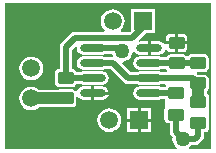
<source format=gtl>
G04 Layer_Physical_Order=1*
G04 Layer_Color=255*
%FSLAX44Y44*%
%MOMM*%
G71*
G01*
G75*
%ADD10O,2.2000X0.6000*%
G04:AMPARAMS|DCode=11|XSize=1.3mm|YSize=1mm|CornerRadius=0.125mm|HoleSize=0mm|Usage=FLASHONLY|Rotation=0.000|XOffset=0mm|YOffset=0mm|HoleType=Round|Shape=RoundedRectangle|*
%AMROUNDEDRECTD11*
21,1,1.3000,0.7500,0,0,0.0*
21,1,1.0500,1.0000,0,0,0.0*
1,1,0.2500,0.5250,-0.3750*
1,1,0.2500,-0.5250,-0.3750*
1,1,0.2500,-0.5250,0.3750*
1,1,0.2500,0.5250,0.3750*
%
%ADD11ROUNDEDRECTD11*%
G04:AMPARAMS|DCode=12|XSize=1.4mm|YSize=1mm|CornerRadius=0.125mm|HoleSize=0mm|Usage=FLASHONLY|Rotation=180.000|XOffset=0mm|YOffset=0mm|HoleType=Round|Shape=RoundedRectangle|*
%AMROUNDEDRECTD12*
21,1,1.4000,0.7500,0,0,180.0*
21,1,1.1500,1.0000,0,0,180.0*
1,1,0.2500,-0.5750,0.3750*
1,1,0.2500,0.5750,0.3750*
1,1,0.2500,0.5750,-0.3750*
1,1,0.2500,-0.5750,-0.3750*
%
%ADD12ROUNDEDRECTD12*%
%ADD13C,0.5000*%
%ADD14C,1.0000*%
%ADD15C,1.5000*%
%ADD16R,1.5000X1.5000*%
%ADD17C,1.2700*%
G36*
X1086000Y769000D02*
X1067286D01*
X1066855Y770270D01*
X1068340Y771410D01*
X1069262Y772611D01*
X1072000D01*
X1073967Y773002D01*
X1075634Y774116D01*
X1078384Y776866D01*
X1079498Y778533D01*
X1079889Y780500D01*
Y783636D01*
X1080500D01*
X1081979Y783930D01*
X1083232Y784768D01*
X1084070Y786021D01*
X1084364Y787500D01*
Y795000D01*
X1084070Y796479D01*
X1083750Y796958D01*
Y803542D01*
X1084070Y804021D01*
X1084364Y805500D01*
Y813000D01*
X1084070Y814479D01*
X1083232Y815732D01*
X1082355Y816319D01*
Y818015D01*
X1082732Y818268D01*
X1083570Y819521D01*
X1083864Y821000D01*
Y828500D01*
X1083570Y829979D01*
X1082732Y831232D01*
X1081479Y832070D01*
X1080000Y832364D01*
X1074467D01*
X1073712Y833215D01*
X1074101Y834386D01*
X1080000D01*
X1081479Y834680D01*
X1082732Y835518D01*
X1083570Y836771D01*
X1083864Y838250D01*
Y845750D01*
X1083570Y847229D01*
X1082732Y848483D01*
X1081479Y849320D01*
X1080000Y849614D01*
X1069500D01*
X1068021Y849320D01*
X1066768Y848483D01*
X1066425Y847970D01*
X1064898D01*
X1064622Y848382D01*
X1063369Y849220D01*
X1061890Y849514D01*
X1051390D01*
X1049911Y849220D01*
X1048658Y848382D01*
X1047833Y847149D01*
X1043931D01*
X1043812Y847229D01*
X1041650Y847658D01*
X1025650D01*
X1023488Y847229D01*
X1021656Y846004D01*
X1020431Y844172D01*
X1020002Y842010D01*
X1020431Y839848D01*
X1021656Y838016D01*
X1023488Y836791D01*
X1025650Y836361D01*
X1041650D01*
X1043812Y836791D01*
X1043931Y836871D01*
X1047780D01*
X1047820Y836671D01*
X1048456Y835719D01*
X1048082Y834688D01*
X1047894Y834449D01*
X1043931D01*
X1043812Y834529D01*
X1041650Y834958D01*
X1025650D01*
X1023488Y834529D01*
X1023369Y834449D01*
X1017819D01*
X1010355Y841912D01*
X1010937Y843126D01*
X1012870Y843380D01*
X1015033Y844276D01*
X1016890Y845701D01*
X1018315Y847558D01*
X1019211Y849721D01*
X1019471Y851700D01*
X1020526Y852076D01*
X1020742Y852084D01*
X1021656Y850716D01*
X1023488Y849491D01*
X1025650Y849062D01*
X1032380D01*
Y854710D01*
Y860359D01*
X1025650D01*
X1025053Y860240D01*
X1024427Y861410D01*
X1030477Y867460D01*
X1038040D01*
Y887540D01*
X1017960D01*
Y869477D01*
X1017122Y868639D01*
X1009631D01*
X1009199Y869909D01*
X1009761Y870339D01*
X1011370Y872437D01*
X1012382Y874879D01*
X1012727Y877500D01*
X1012382Y880121D01*
X1011370Y882563D01*
X1009761Y884661D01*
X1007663Y886270D01*
X1005221Y887282D01*
X1002600Y887627D01*
X999979Y887282D01*
X997537Y886270D01*
X995439Y884661D01*
X993830Y882563D01*
X992818Y880121D01*
X992473Y877500D01*
X992818Y874879D01*
X993830Y872437D01*
X995439Y870339D01*
X996001Y869909D01*
X995570Y868639D01*
X970750D01*
X968783Y868248D01*
X967116Y867134D01*
X959116Y859134D01*
X958002Y857467D01*
X957611Y855500D01*
Y836924D01*
X957500D01*
X956021Y836630D01*
X954768Y835792D01*
X953930Y834539D01*
X953636Y833060D01*
Y825560D01*
X953930Y824081D01*
X954768Y822828D01*
X956021Y821990D01*
X957500Y821696D01*
X968000D01*
X969479Y821990D01*
X970732Y822828D01*
X971570Y824081D01*
X971588Y824171D01*
X975369D01*
X975488Y824091D01*
X977650Y823661D01*
X993650D01*
X995812Y824091D01*
X997644Y825316D01*
X998869Y827148D01*
X999298Y829310D01*
X998869Y831472D01*
X997644Y833304D01*
X995812Y834529D01*
X993650Y834958D01*
X977650D01*
X975488Y834529D01*
X975369Y834449D01*
X971588D01*
X971570Y834539D01*
X970732Y835792D01*
X969479Y836630D01*
X968000Y836924D01*
X967889D01*
Y853372D01*
X971074Y856557D01*
X972244Y855931D01*
X972001Y854710D01*
X972431Y852548D01*
X973656Y850716D01*
X975488Y849491D01*
X977650Y849062D01*
X993650D01*
X995812Y849491D01*
X995931Y849571D01*
X1001950D01*
X1002428Y848419D01*
X1001579Y847149D01*
X995931D01*
X995812Y847229D01*
X993650Y847658D01*
X977650D01*
X975488Y847229D01*
X973656Y846004D01*
X972431Y844172D01*
X972001Y842010D01*
X972431Y839848D01*
X973656Y838016D01*
X975488Y836791D01*
X977650Y836361D01*
X993650D01*
X995812Y836791D01*
X995931Y836871D01*
X1000862D01*
X1012056Y825676D01*
X1013724Y824562D01*
X1015690Y824171D01*
X1023369D01*
X1023488Y824091D01*
X1025650Y823661D01*
X1041650D01*
X1043812Y824091D01*
X1043931Y824171D01*
X1047011D01*
X1047369Y823331D01*
X1047463Y822901D01*
X1046693Y821749D01*
X1043931D01*
X1043812Y821829D01*
X1041650Y822259D01*
X1025650D01*
X1023488Y821829D01*
X1021656Y820604D01*
X1020431Y818772D01*
X1020002Y816610D01*
X1020431Y814448D01*
X1021656Y812616D01*
X1023488Y811391D01*
X1025650Y810962D01*
X1041650D01*
X1043812Y811391D01*
X1043931Y811471D01*
X1046640D01*
X1046680Y811271D01*
X1047000Y810792D01*
Y804208D01*
X1046680Y803729D01*
X1046386Y802250D01*
Y794750D01*
X1046680Y793271D01*
X1047518Y792018D01*
X1048771Y791180D01*
X1050250Y790886D01*
X1050861D01*
Y783750D01*
X1051252Y781784D01*
X1052366Y780116D01*
X1053231Y779252D01*
X1053033Y777750D01*
X1053339Y775429D01*
X1054235Y773267D01*
X1055660Y771410D01*
X1057145Y770270D01*
X1056714Y769000D01*
X911500D01*
Y892500D01*
X1086000D01*
Y769000D01*
D02*
G37*
%LPC*%
G36*
X1061890Y866764D02*
X1057910D01*
Y860420D01*
X1065754D01*
Y862900D01*
X1065460Y864379D01*
X1064622Y865632D01*
X1063369Y866470D01*
X1061890Y866764D01*
D02*
G37*
G36*
X1055370D02*
X1051390D01*
X1049911Y866470D01*
X1048658Y865632D01*
X1047820Y864379D01*
X1047526Y862900D01*
Y860420D01*
X1055370D01*
Y866764D01*
D02*
G37*
G36*
X1065754Y857880D02*
X1057910D01*
Y851536D01*
X1061890D01*
X1063369Y851830D01*
X1064622Y852668D01*
X1065460Y853921D01*
X1065754Y855400D01*
Y857880D01*
D02*
G37*
G36*
X1041650Y860359D02*
X1034920D01*
Y854710D01*
Y849062D01*
X1041650D01*
X1043812Y849491D01*
X1045644Y850716D01*
X1046869Y852548D01*
X1046947Y852942D01*
X1048295Y853210D01*
X1048658Y852668D01*
X1049911Y851830D01*
X1051390Y851536D01*
X1055370D01*
Y857880D01*
X1046557D01*
X1046256Y857789D01*
X1045644Y858704D01*
X1043812Y859929D01*
X1041650Y860359D01*
D02*
G37*
G36*
X933500Y847577D02*
X930879Y847232D01*
X928437Y846220D01*
X926339Y844611D01*
X924730Y842513D01*
X923718Y840071D01*
X923373Y837450D01*
X923718Y834829D01*
X924730Y832387D01*
X926339Y830289D01*
X928437Y828680D01*
X930879Y827668D01*
X933500Y827323D01*
X936121Y827668D01*
X938563Y828680D01*
X940661Y830289D01*
X942270Y832387D01*
X943282Y834829D01*
X943627Y837450D01*
X943282Y840071D01*
X942270Y842513D01*
X940661Y844611D01*
X938563Y846220D01*
X936121Y847232D01*
X933500Y847577D01*
D02*
G37*
G36*
X984380Y822259D02*
X977650D01*
X975488Y821829D01*
X973656Y820604D01*
X972431Y818772D01*
X972357Y818397D01*
X971009Y818129D01*
X970732Y818542D01*
X969479Y819380D01*
X968000Y819674D01*
X957500D01*
X957454Y819665D01*
X940068D01*
X938563Y820820D01*
X936121Y821832D01*
X933500Y822177D01*
X930879Y821832D01*
X928437Y820820D01*
X926339Y819211D01*
X924730Y817113D01*
X923718Y814671D01*
X923373Y812050D01*
X923718Y809429D01*
X924730Y806987D01*
X926339Y804889D01*
X928437Y803280D01*
X930879Y802268D01*
X933500Y801923D01*
X936121Y802268D01*
X938563Y803280D01*
X940094Y804455D01*
X957454D01*
X957500Y804446D01*
X968000D01*
X969479Y804740D01*
X970732Y805578D01*
X971570Y806831D01*
X971864Y808310D01*
Y813011D01*
X973134Y813397D01*
X973656Y812616D01*
X975488Y811391D01*
X977650Y810962D01*
X984380D01*
Y816610D01*
Y822259D01*
D02*
G37*
G36*
X993650D02*
X986920D01*
Y817880D01*
X999046D01*
X998869Y818772D01*
X997644Y820604D01*
X995812Y821829D01*
X993650Y822259D01*
D02*
G37*
G36*
X999046Y815340D02*
X986920D01*
Y810962D01*
X993650D01*
X995812Y811391D01*
X997644Y812616D01*
X998869Y814448D01*
X999046Y815340D01*
D02*
G37*
G36*
X1035040Y803790D02*
X1026270D01*
Y795020D01*
X1035040D01*
Y803790D01*
D02*
G37*
G36*
X1023730D02*
X1014960D01*
Y795020D01*
X1023730D01*
Y803790D01*
D02*
G37*
G36*
X1035040Y792480D02*
X1026270D01*
Y783710D01*
X1035040D01*
Y792480D01*
D02*
G37*
G36*
X1023730D02*
X1014960D01*
Y783710D01*
X1023730D01*
Y792480D01*
D02*
G37*
G36*
X999600Y803877D02*
X996979Y803532D01*
X994537Y802520D01*
X992439Y800911D01*
X990830Y798813D01*
X989818Y796371D01*
X989473Y793750D01*
X989818Y791129D01*
X990830Y788687D01*
X992439Y786589D01*
X994537Y784980D01*
X996979Y783968D01*
X999600Y783623D01*
X1002221Y783968D01*
X1004663Y784980D01*
X1006761Y786589D01*
X1008370Y788687D01*
X1009382Y791129D01*
X1009727Y793750D01*
X1009382Y796371D01*
X1008370Y798813D01*
X1006761Y800911D01*
X1004663Y802520D01*
X1002221Y803532D01*
X999600Y803877D01*
D02*
G37*
%LPD*%
D10*
X985650Y854710D02*
D03*
Y842010D02*
D03*
Y829310D02*
D03*
Y816610D02*
D03*
X1033650Y854710D02*
D03*
Y842010D02*
D03*
Y829310D02*
D03*
Y816610D02*
D03*
D11*
X962750Y829310D02*
D03*
Y812060D02*
D03*
X1074750Y824750D02*
D03*
Y842000D02*
D03*
X1056640Y859150D02*
D03*
Y841900D02*
D03*
D12*
X1074750Y809250D02*
D03*
Y791250D02*
D03*
X1056000Y816500D02*
D03*
Y798500D02*
D03*
D13*
X1074750Y780500D02*
Y791250D01*
X1072000Y777750D02*
X1074750Y780500D01*
X1062000Y777750D02*
X1072000D01*
X1056000Y783750D02*
X1062000Y777750D01*
X1056000Y783750D02*
Y798500D01*
X1007881Y854710D02*
X1010549Y852042D01*
X985650Y854710D02*
X1007881D01*
X1028000Y872250D02*
Y877500D01*
X1019250Y863500D02*
X1028000Y872250D01*
X970750Y863500D02*
X1019250D01*
X962750Y855500D02*
X970750Y863500D01*
X962750Y829310D02*
Y855500D01*
X985650Y842010D02*
X1002990D01*
X1015690Y829310D02*
X1033650D01*
X1002990Y842010D02*
X1015690Y829310D01*
X962750D02*
X985650D01*
X1056640Y841900D02*
X1074650D01*
X1056530Y842010D02*
X1056640Y841900D01*
X1033650Y842010D02*
X1056530D01*
X1033650Y816610D02*
X1033760Y816500D01*
X1033650Y829310D02*
X1070190D01*
X1074750Y824750D01*
X1033650Y816610D02*
X1055890D01*
X1056000Y816500D01*
D14*
X933500Y812050D02*
X933510Y812060D01*
X962750D01*
X1074750Y809250D02*
Y824750D01*
D15*
X1002600Y877500D02*
D03*
X999600Y793750D02*
D03*
X933500Y812050D02*
D03*
Y837450D02*
D03*
D16*
X1028000Y877500D02*
D03*
X1025000Y793750D02*
D03*
D17*
X1062000Y777750D02*
D03*
X1010549Y852042D02*
D03*
M02*

</source>
